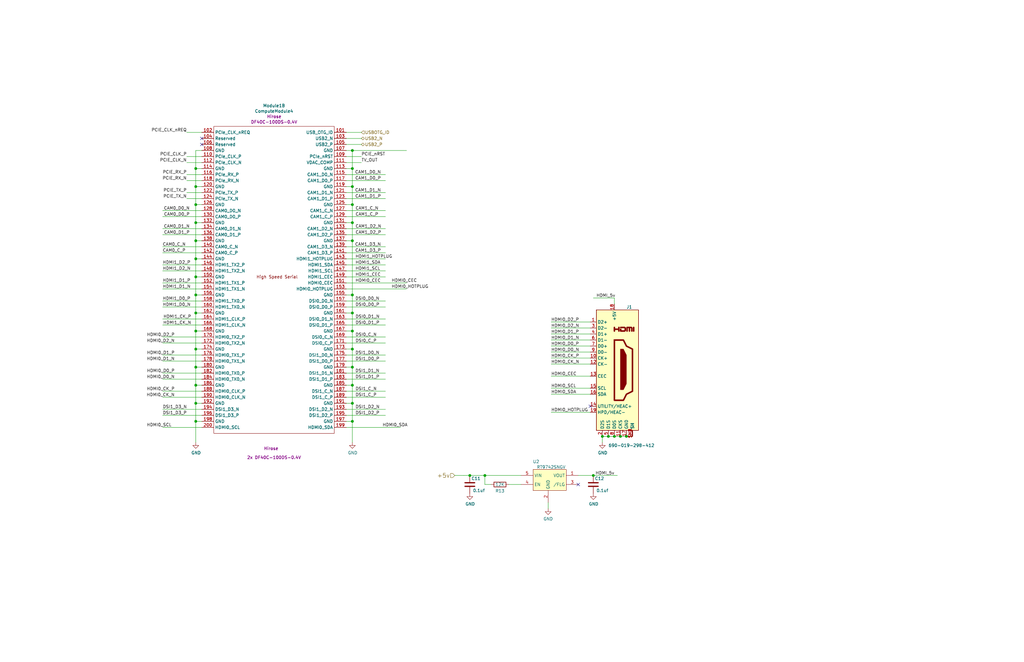
<source format=kicad_sch>
(kicad_sch (version 20210406) (generator eeschema)
  (paper "B")
  (title_block (title "ConnectBox HAT using RPi CM4") (date "2021-07-22") (rev "1.3") (comment 1 "JRA"))
  (lib_symbols
    (symbol "CM4IO:ComputeModule4-CM4"
      (property "Reference" "Module" (at 113.03 -68.58 0))
      (property "Value" "ComputeModule4-CM4" (at 140.97 2.54 0))
      (property "Field4" "Hirose" (at 0 0 0))
      (property "Field5" "2x DF40C-100DS-0.4V" (at 0 -2.54 0))
      (symbol "ComputeModule4-CM4_1_0"
        (text "GPIO" (at 0 6.35 0) (effects (font (size 1.27 1.27))))
      )
      (symbol "ComputeModule4-CM4_1_1"
        (text "600mA Max" (at -8.89 -53.34 0) (effects (font (size 1.27 1.27))))
        (text "600mA Max" (at -8.89 -48.26 0) (effects (font (size 1.27 1.27))))
        (text "NB SD signals are only available" (at -1.27 -27.94 0) (effects (font (size 1.27 1.27))))
        (text "on modules without eMMC" (at -1.27 -30.48 0) (effects (font (size 1.27 1.27))))
        (rectangle (start -30.48 -71.12) (end 25.4 58.42))
        (pin power_in line (at 27.94 55.88 180) (length 2.54) (name "GND") (number "1"))
        (pin passive line (at -33.02 45.72 0) (length 2.54) (name "Ethernet_Pair0_N") (number "10"))
        (pin output line (at -33.02 -68.58 0) (length 2.54) (name "nEXTRST") (number "100"))
        (pin passive line (at 27.94 43.18 180) (length 2.54) (name "Ethernet_Pair2_P") (number "11"))
        (pin passive line (at -33.02 43.18 0) (length 2.54) (name "Ethernet_Pair0_P") (number "12"))
        (pin power_in line (at 27.94 40.64 180) (length 2.54) (name "GND") (number "13"))
        (pin power_in line (at -33.02 40.64 0) (length 2.54) (name "GND") (number "14"))
        (pin output line (at 27.94 38.1 180) (length 2.54) (name "Ethernet_nLED3(3.3v)") (number "15"))
        (pin input line (at -33.02 38.1 0) (length 2.54) (name "Ethernet_SYNC_IN(1.8v)") (number "16"))
        (pin output line (at 27.94 35.56 180) (length 2.54) (name "Ethernet_nLED2(3.3v)") (number "17"))
        (pin input line (at -33.02 35.56 0) (length 2.54) (name "Ethernet_SYNC_OUT(1.8v)") (number "18"))
        (pin output line (at 27.94 33.02 180) (length 2.54) (name "Ethernet_nLED1(3.3v)") (number "19"))
        (pin power_in line (at -33.02 55.88 0) (length 2.54) (name "GND") (number "2"))
        (pin passive line (at -33.02 33.02 0) (length 2.54) (name "EEPROM_nWP") (number "20"))
        (pin open_collector line (at 27.94 30.48 180) (length 2.54) (name "PI_nLED_Activity") (number "21"))
        (pin power_in line (at -33.02 30.48 0) (length 2.54) (name "GND") (number "22"))
        (pin power_in line (at 27.94 27.94 180) (length 2.54) (name "GND") (number "23"))
        (pin passive line (at -33.02 27.94 0) (length 2.54) (name "GPIO26") (number "24"))
        (pin passive line (at 27.94 25.4 180) (length 2.54) (name "GPIO21") (number "25"))
        (pin passive line (at -33.02 25.4 0) (length 2.54) (name "GPIO19") (number "26"))
        (pin passive line (at 27.94 22.86 180) (length 2.54) (name "GPIO20") (number "27"))
        (pin passive line (at -33.02 22.86 0) (length 2.54) (name "GPIO13") (number "28"))
        (pin passive line (at 27.94 20.32 180) (length 2.54) (name "GPIO16") (number "29"))
        (pin passive line (at 27.94 53.34 180) (length 2.54) (name "Ethernet_Pair3_P") (number "3"))
        (pin passive line (at -33.02 20.32 0) (length 2.54) (name "GPIO6") (number "30"))
        (pin passive line (at 27.94 17.78 180) (length 2.54) (name "GPIO12") (number "31"))
        (pin power_in line (at -33.02 17.78 0) (length 2.54) (name "GND") (number "32"))
        (pin power_in line (at 27.94 15.24 180) (length 2.54) (name "GND") (number "33"))
        (pin passive line (at -33.02 15.24 0) (length 2.54) (name "GPIO5") (number "34"))
        (pin passive line (at 27.94 12.7 180) (length 2.54) (name "ID_SC") (number "35"))
        (pin passive line (at -33.02 12.7 0) (length 2.54) (name "ID_SD") (number "36"))
        (pin passive line (at 27.94 10.16 180) (length 2.54) (name "GPIO7") (number "37"))
        (pin passive line (at -33.02 10.16 0) (length 2.54) (name "GPIO11") (number "38"))
        (pin passive line (at 27.94 7.62 180) (length 2.54) (name "GPIO8") (number "39"))
        (pin passive line (at -33.02 53.34 0) (length 2.54) (name "Ethernet_Pair1_P") (number "4"))
        (pin passive line (at -33.02 7.62 0) (length 2.54) (name "GPIO9") (number "40"))
        (pin passive line (at 27.94 5.08 180) (length 2.54) (name "GPIO25") (number "41"))
        (pin power_in line (at -33.02 5.08 0) (length 2.54) (name "GND") (number "42"))
        (pin power_in line (at 27.94 2.54 180) (length 2.54) (name "GND") (number "43"))
        (pin passive line (at -33.02 2.54 0) (length 2.54) (name "GPIO10") (number "44"))
        (pin passive line (at 27.94 0 180) (length 2.54) (name "GPIO24") (number "45"))
        (pin passive line (at -33.02 0 0) (length 2.54) (name "GPIO22") (number "46"))
        (pin passive line (at 27.94 -2.54 180) (length 2.54) (name "GPIO23") (number "47"))
        (pin passive line (at -33.02 -2.54 0) (length 2.54) (name "GPIO27") (number "48"))
        (pin passive line (at 27.94 -5.08 180) (length 2.54) (name "GPIO18") (number "49"))
        (pin passive line (at 27.94 50.8 180) (length 2.54) (name "Ethernet_Pair3_N") (number "5"))
        (pin passive line (at -33.02 -5.08 0) (length 2.54) (name "GPIO17") (number "50"))
        (pin passive line (at 27.94 -7.62 180) (length 2.54) (name "GPIO15") (number "51"))
        (pin power_in line (at -33.02 -7.62 0) (length 2.54) (name "GND") (number "52"))
        (pin power_in line (at 27.94 -10.16 180) (length 2.54) (name "GND") (number "53"))
        (pin passive line (at -33.02 -10.16 0) (length 2.54) (name "GPIO4") (number "54"))
        (pin passive line (at 27.94 -12.7 180) (length 2.54) (name "GPIO14") (number "55"))
        (pin passive line (at -33.02 -12.7 0) (length 2.54) (name "GPIO3") (number "56"))
        (pin passive line (at 27.94 -15.24 180) (length 2.54) (name "SD_CLK") (number "57"))
        (pin passive line (at -33.02 -15.24 0) (length 2.54) (name "GPIO2") (number "58"))
        (pin power_in line (at 27.94 -17.78 180) (length 2.54) (name "GND") (number "59"))
        (pin passive line (at -33.02 50.8 0) (length 2.54) (name "Ethernet_Pair1_N") (number "6"))
        (pin power_in line (at -33.02 -17.78 0) (length 2.54) (name "GND") (number "60"))
        (pin passive line (at 27.94 -20.32 180) (length 2.54) (name "SD_DAT3") (number "61"))
        (pin passive line (at -33.02 -20.32 0) (length 2.54) (name "SD_CMD") (number "62"))
        (pin passive line (at 27.94 -22.86 180) (length 2.54) (name "SD_DAT0") (number "63"))
        (pin passive line (at -33.02 -22.86 0) (length 2.54) (name "SD_DAT5") (number "64"))
        (pin power_in line (at 27.94 -25.4 180) (length 2.54) (name "GND") (number "65"))
        (pin power_in line (at -33.02 -25.4 0) (length 2.54) (name "GND") (number "66"))
        (pin passive line (at 27.94 -27.94 180) (length 2.54) (name "SD_DAT1") (number "67"))
        (pin passive line (at -33.02 -27.94 0) (length 2.54) (name "SD_DAT4") (number "68"))
        (pin passive line (at 27.94 -30.48 180) (length 2.54) (name "SD_DAT2") (number "69"))
        (pin power_in line (at 27.94 48.26 180) (length 2.54) (name "GND") (number "7"))
        (pin passive line (at -33.02 -30.48 0) (length 2.54) (name "SD_DAT7") (number "70"))
        (pin power_in line (at 27.94 -33.02 180) (length 2.54) (name "GND") (number "71"))
        (pin passive line (at -33.02 -33.02 0) (length 2.54) (name "SD_DAT6") (number "72"))
        (pin input line (at 27.94 -35.56 180) (length 2.54) (name "SD_VDD_Override") (number "73"))
        (pin power_in line (at -33.02 -35.56 0) (length 2.54) (name "GND") (number "74"))
        (pin output line (at 27.94 -38.1 180) (length 2.54) (name "SD_PWR_ON") (number "75"))
        (pin passive line (at -33.02 -38.1 0) (length 2.54) (name "Reserved") (number "76"))
        (pin power_in line (at 27.94 -40.64 180) (length 2.54) (name "+5v_(Input)") (number "77"))
        (pin power_in line (at -33.02 -40.64 0) (length 2.54) (name "GPIO_VREF(1.8v/3.3v_Input)") (number "78"))
        (pin power_in line (at 27.94 -43.18 180) (length 2.54) (name "+5v_(Input)") (number "79"))
        (pin power_in line (at -33.02 48.26 0) (length 2.54) (name "GND") (number "8"))
        (pin passive line (at -33.02 -43.18 0) (length 2.54) (name "SCL0") (number "80"))
        (pin power_in line (at 27.94 -45.72 180) (length 2.54) (name "+5v_(Input)") (number "81"))
        (pin passive line (at -33.02 -45.72 0) (length 2.54) (name "SDA0") (number "82"))
        (pin power_in line (at 27.94 -48.26 180) (length 2.54) (name "+5v_(Input)") (number "83"))
        (pin power_out line (at -33.02 -48.26 0) (length 2.54) (name "+3.3v_(Output)") (number "84"))
        (pin power_in line (at 27.94 -50.8 180) (length 2.54) (name "+5v_(Input)") (number "85"))
        (pin power_out line (at -33.02 -50.8 0) (length 2.54) (name "+3.3v_(Output)") (number "86"))
        (pin power_in line (at 27.94 -53.34 180) (length 2.54) (name "+5v_(Input)") (number "87"))
        (pin power_out line (at -33.02 -53.34 0) (length 2.54) (name "+1.8v_(Output)") (number "88"))
        (pin power_in line (at 27.94 -55.88 180) (length 2.54) (name "WiFi_nDisable") (number "89"))
        (pin passive line (at 27.94 45.72 180) (length 2.54) (name "Ethernet_Pair2_N") (number "9"))
        (pin power_out line (at -33.02 -55.88 0) (length 2.54) (name "+1.8v_(Output)") (number "90"))
        (pin power_in line (at 27.94 -58.42 180) (length 2.54) (name "BT_nDisable") (number "91"))
        (pin passive line (at -33.02 -58.42 0) (length 2.54) (name "RUN_PG") (number "92"))
        (pin input line (at 27.94 -60.96 180) (length 2.54) (name "nRPIBOOT") (number "93"))
        (pin passive line (at -33.02 -60.96 0) (length 2.54) (name "AnalogIP1") (number "94"))
        (pin output line (at 27.94 -63.5 180) (length 2.54) (name "nPI_LED_PWR") (number "95"))
        (pin passive line (at -33.02 -63.5 0) (length 2.54) (name "AnalogIP0") (number "96"))
        (pin passive line (at 27.94 -66.04 180) (length 2.54) (name "Camera_GPIO") (number "97"))
        (pin power_in line (at -33.02 -66.04 0) (length 2.54) (name "GND") (number "98"))
        (pin input line (at 27.94 -68.58 180) (length 2.54) (name "Global_EN") (number "99"))
      )
      (symbol "ComputeModule4-CM4_2_1"
        (text "High Speed Serial" (at 140.97 0 0) (effects (font (size 1.27 1.27))))
        (rectangle (start 114.3 -66.04) (end 165.1 63.5))
        (pin input line (at 170.18 60.96 180) (length 5.08) (name "USB_OTG_ID") (number "101"))
        (pin input line (at 109.22 60.96 0) (length 5.08) (name "PCIe_CLK_nREQ") (number "102"))
        (pin passive line (at 170.18 58.42 180) (length 5.08) (name "USB2_N") (number "103"))
        (pin passive line (at 109.22 58.42 0) (length 5.08) (name "Reserved") (number "104"))
        (pin passive line (at 170.18 55.88 180) (length 5.08) (name "USB2_P") (number "105"))
        (pin passive line (at 109.22 55.88 0) (length 5.08) (name "Reserved") (number "106"))
        (pin power_in line (at 170.18 53.34 180) (length 5.08) (name "GND") (number "107"))
        (pin power_in line (at 109.22 53.34 0) (length 5.08) (name "GND") (number "108"))
        (pin bidirectional line (at 170.18 50.8 180) (length 5.08) (name "PCIe_nRST") (number "109"))
        (pin output line (at 109.22 50.8 0) (length 5.08) (name "PCIe_CLK_P") (number "110"))
        (pin passive line (at 170.18 48.26 180) (length 5.08) (name "VDAC_COMP") (number "111"))
        (pin output line (at 109.22 48.26 0) (length 5.08) (name "PCIe_CLK_N") (number "112"))
        (pin power_in line (at 170.18 45.72 180) (length 5.08) (name "GND") (number "113"))
        (pin power_in line (at 109.22 45.72 0) (length 5.08) (name "GND") (number "114"))
        (pin input line (at 170.18 43.18 180) (length 5.08) (name "CAM1_D0_N") (number "115"))
        (pin input line (at 109.22 43.18 0) (length 5.08) (name "PCIe_RX_P") (number "116"))
        (pin input line (at 170.18 40.64 180) (length 5.08) (name "CAM1_D0_P") (number "117"))
        (pin input line (at 109.22 40.64 0) (length 5.08) (name "PCIe_RX_N") (number "118"))
        (pin power_in line (at 170.18 38.1 180) (length 5.08) (name "GND") (number "119"))
        (pin power_in line (at 109.22 38.1 0) (length 5.08) (name "GND") (number "120"))
        (pin input line (at 170.18 35.56 180) (length 5.08) (name "CAM1_D1_N") (number "121"))
        (pin output line (at 109.22 35.56 0) (length 5.08) (name "PCIe_TX_P") (number "122"))
        (pin input line (at 170.18 33.02 180) (length 5.08) (name "CAM1_D1_P") (number "123"))
        (pin output line (at 109.22 33.02 0) (length 5.08) (name "PCIe_TX_N") (number "124"))
        (pin power_in line (at 170.18 30.48 180) (length 5.08) (name "GND") (number "125"))
        (pin power_in line (at 109.22 30.48 0) (length 5.08) (name "GND") (number "126"))
        (pin input line (at 170.18 27.94 180) (length 5.08) (name "CAM1_C_N") (number "127"))
        (pin input line (at 109.22 27.94 0) (length 5.08) (name "CAM0_D0_N") (number "128"))
        (pin input line (at 170.18 25.4 180) (length 5.08) (name "CAM1_C_P") (number "129"))
        (pin input line (at 109.22 25.4 0) (length 5.08) (name "CAM0_D0_P") (number "130"))
        (pin power_in line (at 170.18 22.86 180) (length 5.08) (name "GND") (number "131"))
        (pin power_in line (at 109.22 22.86 0) (length 5.08) (name "GND") (number "132"))
        (pin input line (at 170.18 20.32 180) (length 5.08) (name "CAM1_D2_N") (number "133"))
        (pin input line (at 109.22 20.32 0) (length 5.08) (name "CAM0_D1_N") (number "134"))
        (pin input line (at 170.18 17.78 180) (length 5.08) (name "CAM1_D2_P") (number "135"))
        (pin input line (at 109.22 17.78 0) (length 5.08) (name "CAM0_D1_P") (number "136"))
        (pin power_in line (at 170.18 15.24 180) (length 5.08) (name "GND") (number "137"))
        (pin power_in line (at 109.22 15.24 0) (length 5.08) (name "GND") (number "138"))
        (pin input line (at 170.18 12.7 180) (length 5.08) (name "CAM1_D3_N") (number "139"))
        (pin input line (at 109.22 12.7 0) (length 5.08) (name "CAM0_C_N") (number "140"))
        (pin input line (at 170.18 10.16 180) (length 5.08) (name "CAM1_D3_P") (number "141"))
        (pin input line (at 109.22 10.16 0) (length 5.08) (name "CAM0_C_P") (number "142"))
        (pin input line (at 170.18 7.62 180) (length 5.08) (name "HDMI1_HOTPLUG") (number "143"))
        (pin power_in line (at 109.22 7.62 0) (length 5.08) (name "GND") (number "144"))
        (pin bidirectional line (at 170.18 5.08 180) (length 5.08) (name "HDMI1_SDA") (number "145"))
        (pin output line (at 109.22 5.08 0) (length 5.08) (name "HDMI1_TX2_P") (number "146"))
        (pin open_collector line (at 170.18 2.54 180) (length 5.08) (name "HDMI1_SCL") (number "147"))
        (pin output line (at 109.22 2.54 0) (length 5.08) (name "HDMI1_TX2_N") (number "148"))
        (pin open_collector line (at 170.18 0 180) (length 5.08) (name "HDMI1_CEC") (number "149"))
        (pin power_in line (at 109.22 0 0) (length 5.08) (name "GND") (number "150"))
        (pin open_collector line (at 170.18 -2.54 180) (length 5.08) (name "HDMI0_CEC") (number "151"))
        (pin output line (at 109.22 -2.54 0) (length 5.08) (name "HDMI1_TX1_P") (number "152"))
        (pin input line (at 170.18 -5.08 180) (length 5.08) (name "HDMI0_HOTPLUG") (number "153"))
        (pin output line (at 109.22 -5.08 0) (length 5.08) (name "HDMI1_TX1_N") (number "154"))
        (pin power_in line (at 170.18 -7.62 180) (length 5.08) (name "GND") (number "155"))
        (pin power_in line (at 109.22 -7.62 0) (length 5.08) (name "GND") (number "156"))
        (pin output line (at 170.18 -10.16 180) (length 5.08) (name "DSI0_D0_N") (number "157"))
        (pin output line (at 109.22 -10.16 0) (length 5.08) (name "HDMI1_TX0_P") (number "158"))
        (pin output line (at 170.18 -12.7 180) (length 5.08) (name "DSI0_D0_P") (number "159"))
        (pin output line (at 109.22 -12.7 0) (length 5.08) (name "HDMI1_TX0_N") (number "160"))
        (pin power_in line (at 170.18 -15.24 180) (length 5.08) (name "GND") (number "161"))
        (pin power_in line (at 109.22 -15.24 0) (length 5.08) (name "GND") (number "162"))
        (pin output line (at 170.18 -17.78 180) (length 5.08) (name "DSI0_D1_N") (number "163"))
        (pin output line (at 109.22 -17.78 0) (length 5.08) (name "HDMI1_CLK_P") (number "164"))
        (pin output line (at 170.18 -20.32 180) (length 5.08) (name "DSI0_D1_P") (number "165"))
        (pin output line (at 109.22 -20.32 0) (length 5.08) (name "HDMI1_CLK_N") (number "166"))
        (pin power_in line (at 170.18 -22.86 180) (length 5.08) (name "GND") (number "167"))
        (pin power_in line (at 109.22 -22.86 0) (length 5.08) (name "GND") (number "168"))
        (pin output line (at 170.18 -25.4 180) (length 5.08) (name "DSI0_C_N") (number "169"))
        (pin output line (at 109.22 -25.4 0) (length 5.08) (name "HDMI0_TX2_P") (number "170"))
        (pin output line (at 170.18 -27.94 180) (length 5.08) (name "DSI0_C_P") (number "171"))
        (pin output line (at 109.22 -27.94 0) (length 5.08) (name "HDMI0_TX2_N") (number "172"))
        (pin power_in line (at 170.18 -30.48 180) (length 5.08) (name "GND") (number "173"))
        (pin power_in line (at 109.22 -30.48 0) (length 5.08) (name "GND") (number "174"))
        (pin output line (at 170.18 -33.02 180) (length 5.08) (name "DSI1_D0_N") (number "175"))
        (pin output line (at 109.22 -33.02 0) (length 5.08) (name "HDMI0_TX1_P") (number "176"))
        (pin output line (at 170.18 -35.56 180) (length 5.08) (name "DSI1_D0_P") (number "177"))
        (pin output line (at 109.22 -35.56 0) (length 5.08) (name "HDMI0_TX1_N") (number "178"))
        (pin power_in line (at 170.18 -38.1 180) (length 5.08) (name "GND") (number "179"))
        (pin power_in line (at 109.22 -38.1 0) (length 5.08) (name "GND") (number "180"))
        (pin output line (at 170.18 -40.64 180) (length 5.08) (name "DSI1_D1_N") (number "181"))
        (pin output line (at 109.22 -40.64 0) (length 5.08) (name "HDMI0_TX0_P") (number "182"))
        (pin output line (at 170.18 -43.18 180) (length 5.08) (name "DSI1_D1_P") (number "183"))
        (pin output line (at 109.22 -43.18 0) (length 5.08) (name "HDMI0_TX0_N") (number "184"))
        (pin power_in line (at 170.18 -45.72 180) (length 5.08) (name "GND") (number "185"))
        (pin power_in line (at 109.22 -45.72 0) (length 5.08) (name "GND") (number "186"))
        (pin output line (at 170.18 -48.26 180) (length 5.08) (name "DSI1_C_N") (number "187"))
        (pin output line (at 109.22 -48.26 0) (length 5.08) (name "HDMI0_CLK_P") (number "188"))
        (pin output line (at 170.18 -50.8 180) (length 5.08) (name "DSI1_C_P") (number "189"))
        (pin output line (at 109.22 -50.8 0) (length 5.08) (name "HDMI0_CLK_N") (number "190"))
        (pin power_in line (at 170.18 -53.34 180) (length 5.08) (name "GND") (number "191"))
        (pin power_in line (at 109.22 -53.34 0) (length 5.08) (name "GND") (number "192"))
        (pin output line (at 170.18 -55.88 180) (length 5.08) (name "DSI1_D2_N") (number "193"))
        (pin output line (at 109.22 -55.88 0) (length 5.08) (name "DSI1_D3_N") (number "194"))
        (pin output line (at 170.18 -58.42 180) (length 5.08) (name "DSI1_D2_P") (number "195"))
        (pin output line (at 109.22 -58.42 0) (length 5.08) (name "DSI1_D3_P") (number "196"))
        (pin power_in line (at 170.18 -60.96 180) (length 5.08) (name "GND") (number "197"))
        (pin power_in line (at 109.22 -60.96 0) (length 5.08) (name "GND") (number "198"))
        (pin bidirectional line (at 170.18 -63.5 180) (length 5.08) (name "HDMI0_SDA") (number "199"))
        (pin open_collector line (at 109.22 -63.5 0) (length 5.08) (name "HDMI0_SCL") (number "200"))
      )
    )
    (symbol "CM4IO:HDMI_A_1.4"
      (property "Reference" "J" (at -6.35 26.67 0))
      (property "Value" "HDMI_A_1.4" (at 10.16 26.67 0))
      (symbol "HDMI_A_1.4_0_0"
        (polyline (pts (xy 8.128 16.51) (xy 8.128 18.034)) (stroke (width 0.635)))
        (polyline (pts (xy 0 16.51) (xy 0 18.034) (xy 0 17.272) (xy 1.905 17.272) (xy 1.905 18.034) (xy 1.905 16.51)) (stroke (width 0.635)))
        (polyline (pts (xy 2.667 18.034) (xy 4.318 18.034) (xy 4.572 17.78) (xy 4.572 16.764) (xy 4.318 16.51) (xy 2.667 16.51) (xy 2.667 17.272)) (stroke (width 0.635)))
        (pin passive line (at 7.62 -27.94 90) (length 2.54) (name "SH") (number "SH2"))
        (pin passive line (at 7.62 -27.94 90) (length 2.54) (name "SH") (number "SH3"))
        (pin passive line (at 7.62 -27.94 90) (length 2.54) (name "SH") (number "SH4"))
      )
      (symbol "HDMI_A_1.4_0_1"
        (rectangle (start -7.62 25.4) (end 10.16 -25.4) (stroke (width 0.254)) (fill (type background)))
        (polyline (pts (xy 5.334 16.51) (xy 5.334 18.034) (xy 6.35 18.034) (xy 6.35 16.51) (xy 6.35 18.034) (xy 7.112 18.034) (xy 7.366 17.78) (xy 7.366 16.51)) (stroke (width 0.635)))
        (polyline (pts (xy 0 12.7) (xy 0 -12.7) (xy 3.81 -12.7) (xy 5.08 -10.16) (xy 7.62 -8.89) (xy 7.62 8.89) (xy 5.08 10.16) (xy 3.81 12.7) (xy 0 12.7)) (stroke (width 0.635)))
        (polyline (pts (xy 2.54 8.89) (xy 3.81 8.89) (xy 5.08 6.35) (xy 5.08 -5.715) (xy 3.81 -8.255) (xy 2.54 -8.255) (xy 2.54 8.89)) (fill (type outline)))
      )
      (symbol "HDMI_A_1.4_1_1"
        (pin passive line (at -10.16 20.32 0) (length 2.54) (name "D2+") (number "1"))
        (pin passive line (at -10.16 5.08 0) (length 2.54) (name "CK+") (number "10"))
        (pin power_in line (at 2.54 -27.94 90) (length 2.54) (name "CKS") (number "11"))
        (pin passive line (at -10.16 2.54 0) (length 2.54) (name "CK-") (number "12"))
        (pin bidirectional line (at -10.16 -2.54 0) (length 2.54) (name "CEC") (number "13"))
        (pin passive line (at -10.16 -15.24 0) (length 2.54) (name "UTILITY/HEAC+") (number "14"))
        (pin passive line (at -10.16 -7.62 0) (length 2.54) (name "SCL") (number "15"))
        (pin bidirectional line (at -10.16 -10.16 0) (length 2.54) (name "SDA") (number "16"))
        (pin power_in line (at 5.08 -27.94 90) (length 2.54) (name "GND") (number "17"))
        (pin power_in line (at 0 27.94 270) (length 2.54) (name "+5V") (number "18"))
        (pin passive line (at -10.16 -17.78 0) (length 2.54) (name "HPD/HEAC-") (number "19"))
        (pin power_in line (at -5.08 -27.94 90) (length 2.54) (name "D2S") (number "2"))
        (pin passive line (at -10.16 17.78 0) (length 2.54) (name "D2-") (number "3"))
        (pin passive line (at -10.16 15.24 0) (length 2.54) (name "D1+") (number "4"))
        (pin power_in line (at -2.54 -27.94 90) (length 2.54) (name "D1S") (number "5"))
        (pin passive line (at -10.16 12.7 0) (length 2.54) (name "D1-") (number "6"))
        (pin passive line (at -10.16 10.16 0) (length 2.54) (name "D0+") (number "7"))
        (pin power_in line (at 0 -27.94 90) (length 2.54) (name "D0S") (number "8"))
        (pin passive line (at -10.16 7.62 0) (length 2.54) (name "D0-") (number "9"))
        (pin passive line (at 7.62 -27.94 90) (length 2.54) (name "SH") (number "SH1"))
      )
    )
    (symbol "Custom_1:T9742ANGJ5F"
      (property "Reference" "U" (at -2.54 13.97 0))
      (property "Value" "T9742ANGJ5F" (at 2.54 11.43 0))
      (symbol "T9742ANGJ5F_0_1"
        (rectangle (start -7.62 8.89) (end 6.35 0) (stroke (width 0.1524)) (fill (type background)))
      )
      (symbol "T9742ANGJ5F_1_1"
        (pin power_out line (at 11.43 6.35 180) (length 5.08) (name "VOUT") (number "1"))
        (pin input line (at -1.27 -5.08 90) (length 5.08) (name "GND") (number "2"))
        (pin input line (at 11.43 2.54 180) (length 5.08) (name "/FLG") (number "3"))
        (pin input line (at -12.7 2.54 0) (length 5.08) (name "EN") (number "4"))
        (pin input line (at -12.7 6.35 0) (length 5.08) (name "VIN") (number "5"))
      )
    )
    (symbol "Device:C" (pin_numbers hide) (pin_names (offset 0.254))
      (property "Reference" "C" (at 0.635 2.54 0))
      (property "Value" "C" (at 0.635 -2.54 0))
      (symbol "C_0_1"
        (polyline (pts (xy -2.032 -0.762) (xy 2.032 -0.762)) (stroke (width 0.508)))
        (polyline (pts (xy -2.032 0.762) (xy 2.032 0.762)) (stroke (width 0.508)))
      )
      (symbol "C_1_1"
        (pin passive line (at 0 3.81 270) (length 2.794) (name "~") (number "1"))
        (pin passive line (at 0 -3.81 90) (length 2.794) (name "~") (number "2"))
      )
    )
    (symbol "Device:R" (pin_numbers hide) (pin_names (offset 0))
      (property "Reference" "R" (at 2.032 0 90))
      (property "Value" "R" (at 0 0 90))
      (symbol "R_0_1"
        (rectangle (start -1.016 -2.54) (end 1.016 2.54) (stroke (width 0.254)))
      )
      (symbol "R_1_1"
        (pin passive line (at 0 3.81 270) (length 1.27) (name "~") (number "1"))
        (pin passive line (at 0 -3.81 90) (length 1.27) (name "~") (number "2"))
      )
    )
    (symbol "power:GND" (power) (pin_names (offset 0))
      (property "Value" "GND" (at 0 -3.81 0))
      (symbol "GND_0_1"
        (polyline (pts (xy 0 0) (xy 0 -1.27) (xy 1.27 -1.27) (xy 0 -2.54) (xy -1.27 -1.27) (xy 0 -1.27)))
      )
      (symbol "GND_1_1"
        (pin power_in line (at 0 0 270) (length 0) hide (name "GND") (number "1"))
      )
    )
  )
  (junction (at 82.55 71.12) (diameter 1.016))
  (junction (at 82.55 78.74) (diameter 1.016))
  (junction (at 82.55 86.36) (diameter 1.016))
  (junction (at 82.55 93.98) (diameter 1.016))
  (junction (at 82.55 101.6) (diameter 1.016))
  (junction (at 82.55 109.22) (diameter 1.016))
  (junction (at 82.55 116.84) (diameter 1.016))
  (junction (at 82.55 124.46) (diameter 1.016))
  (junction (at 82.55 132.08) (diameter 1.016))
  (junction (at 82.55 139.7) (diameter 1.016))
  (junction (at 82.55 147.32) (diameter 1.016))
  (junction (at 82.55 154.94) (diameter 1.016))
  (junction (at 82.55 162.56) (diameter 1.016))
  (junction (at 82.55 170.18) (diameter 1.016))
  (junction (at 82.55 177.8) (diameter 1.016))
  (junction (at 148.59 63.5) (diameter 1.016))
  (junction (at 148.59 71.12) (diameter 1.016))
  (junction (at 148.59 78.74) (diameter 1.016))
  (junction (at 148.59 86.36) (diameter 1.016))
  (junction (at 148.59 93.98) (diameter 1.016))
  (junction (at 148.59 101.6) (diameter 1.016))
  (junction (at 148.59 124.46) (diameter 1.016))
  (junction (at 148.59 132.08) (diameter 1.016))
  (junction (at 148.59 139.7) (diameter 1.016))
  (junction (at 148.59 147.32) (diameter 1.016))
  (junction (at 148.59 154.94) (diameter 1.016))
  (junction (at 148.59 162.56) (diameter 1.016))
  (junction (at 148.59 170.18) (diameter 1.016))
  (junction (at 148.59 177.8) (diameter 1.016))
  (junction (at 198.12 200.66) (diameter 1.016))
  (junction (at 204.47 200.66) (diameter 1.016))
  (junction (at 250.19 200.66) (diameter 1.016))
  (junction (at 254 184.15) (diameter 1.016))
  (junction (at 256.54 184.15) (diameter 1.016))
  (junction (at 259.08 184.15) (diameter 1.016))
  (junction (at 261.62 184.15) (diameter 1.016))
  (junction (at 264.16 184.15) (diameter 1.016))
  (no_connect (at 85.09 58.42))
  (no_connect (at 85.09 60.96))
  (no_connect (at 243.84 204.47))
  (no_connect (at 248.92 171.45))
  (wire (pts (xy 68.58 104.14) (xy 85.09 104.14)))
  (wire (pts (xy 68.58 106.68) (xy 85.09 106.68)))
  (wire (pts (xy 68.58 111.76) (xy 85.09 111.76)))
  (wire (pts (xy 68.58 114.3) (xy 85.09 114.3)))
  (wire (pts (xy 68.58 119.38) (xy 85.09 119.38)))
  (wire (pts (xy 68.58 121.92) (xy 85.09 121.92)))
  (wire (pts (xy 68.58 127) (xy 85.09 127)))
  (wire (pts (xy 68.58 129.54) (xy 85.09 129.54)))
  (wire (pts (xy 68.58 142.24) (xy 85.09 142.24)))
  (wire (pts (xy 68.58 144.78) (xy 85.09 144.78)))
  (wire (pts (xy 68.58 157.48) (xy 85.09 157.48)))
  (wire (pts (xy 68.58 160.02) (xy 85.09 160.02)))
  (wire (pts (xy 68.58 172.72) (xy 85.09 172.72)))
  (wire (pts (xy 68.58 175.26) (xy 85.09 175.26)))
  (wire (pts (xy 68.58 180.34) (xy 85.09 180.34)))
  (wire (pts (xy 78.74 55.88) (xy 85.09 55.88)))
  (wire (pts (xy 78.74 66.04) (xy 85.09 66.04)))
  (wire (pts (xy 78.74 68.58) (xy 85.09 68.58)))
  (wire (pts (xy 78.74 81.28) (xy 85.09 81.28)))
  (wire (pts (xy 78.74 83.82) (xy 85.09 83.82)))
  (wire (pts (xy 82.55 63.5) (xy 82.55 71.12)))
  (wire (pts (xy 82.55 71.12) (xy 82.55 78.74)))
  (wire (pts (xy 82.55 71.12) (xy 85.09 71.12)))
  (wire (pts (xy 82.55 78.74) (xy 82.55 86.36)))
  (wire (pts (xy 82.55 78.74) (xy 85.09 78.74)))
  (wire (pts (xy 82.55 86.36) (xy 82.55 93.98)))
  (wire (pts (xy 82.55 86.36) (xy 85.09 86.36)))
  (wire (pts (xy 82.55 93.98) (xy 82.55 101.6)))
  (wire (pts (xy 82.55 93.98) (xy 85.09 93.98)))
  (wire (pts (xy 82.55 101.6) (xy 82.55 109.22)))
  (wire (pts (xy 82.55 101.6) (xy 85.09 101.6)))
  (wire (pts (xy 82.55 109.22) (xy 82.55 116.84)))
  (wire (pts (xy 82.55 109.22) (xy 85.09 109.22)))
  (wire (pts (xy 82.55 116.84) (xy 82.55 124.46)))
  (wire (pts (xy 82.55 116.84) (xy 85.09 116.84)))
  (wire (pts (xy 82.55 124.46) (xy 82.55 132.08)))
  (wire (pts (xy 82.55 124.46) (xy 85.09 124.46)))
  (wire (pts (xy 82.55 132.08) (xy 82.55 139.7)))
  (wire (pts (xy 82.55 132.08) (xy 85.09 132.08)))
  (wire (pts (xy 82.55 139.7) (xy 82.55 147.32)))
  (wire (pts (xy 82.55 139.7) (xy 85.09 139.7)))
  (wire (pts (xy 82.55 147.32) (xy 82.55 154.94)))
  (wire (pts (xy 82.55 147.32) (xy 85.09 147.32)))
  (wire (pts (xy 82.55 154.94) (xy 82.55 162.56)))
  (wire (pts (xy 82.55 154.94) (xy 85.09 154.94)))
  (wire (pts (xy 82.55 162.56) (xy 82.55 170.18)))
  (wire (pts (xy 82.55 162.56) (xy 85.09 162.56)))
  (wire (pts (xy 82.55 170.18) (xy 82.55 177.8)))
  (wire (pts (xy 82.55 177.8) (xy 82.55 186.69)))
  (wire (pts (xy 85.09 63.5) (xy 82.55 63.5)))
  (wire (pts (xy 85.09 73.66) (xy 78.74 73.66)))
  (wire (pts (xy 85.09 76.2) (xy 78.74 76.2)))
  (wire (pts (xy 85.09 88.9) (xy 68.58 88.9)))
  (wire (pts (xy 85.09 91.44) (xy 68.58 91.44)))
  (wire (pts (xy 85.09 96.52) (xy 68.58 96.52)))
  (wire (pts (xy 85.09 99.06) (xy 68.58 99.06)))
  (wire (pts (xy 85.09 134.62) (xy 68.58 134.62)))
  (wire (pts (xy 85.09 137.16) (xy 68.58 137.16)))
  (wire (pts (xy 85.09 149.86) (xy 68.58 149.86)))
  (wire (pts (xy 85.09 152.4) (xy 68.58 152.4)))
  (wire (pts (xy 85.09 165.1) (xy 68.58 165.1)))
  (wire (pts (xy 85.09 167.64) (xy 68.58 167.64)))
  (wire (pts (xy 85.09 170.18) (xy 82.55 170.18)))
  (wire (pts (xy 85.09 177.8) (xy 82.55 177.8)))
  (wire (pts (xy 146.05 58.42) (xy 152.4 58.42)))
  (wire (pts (xy 146.05 60.96) (xy 152.4 60.96)))
  (wire (pts (xy 146.05 66.04) (xy 152.4 66.04)))
  (wire (pts (xy 146.05 68.58) (xy 152.4 68.58)))
  (wire (pts (xy 146.05 71.12) (xy 148.59 71.12)))
  (wire (pts (xy 146.05 78.74) (xy 148.59 78.74)))
  (wire (pts (xy 146.05 86.36) (xy 148.59 86.36)))
  (wire (pts (xy 146.05 88.9) (xy 162.56 88.9)))
  (wire (pts (xy 146.05 91.44) (xy 162.56 91.44)))
  (wire (pts (xy 146.05 93.98) (xy 148.59 93.98)))
  (wire (pts (xy 146.05 96.52) (xy 162.56 96.52)))
  (wire (pts (xy 146.05 99.06) (xy 162.56 99.06)))
  (wire (pts (xy 146.05 101.6) (xy 148.59 101.6)))
  (wire (pts (xy 146.05 109.22) (xy 162.56 109.22)))
  (wire (pts (xy 146.05 111.76) (xy 162.56 111.76)))
  (wire (pts (xy 146.05 114.3) (xy 162.56 114.3)))
  (wire (pts (xy 146.05 116.84) (xy 162.56 116.84)))
  (wire (pts (xy 146.05 119.38) (xy 171.45 119.38)))
  (wire (pts (xy 146.05 121.92) (xy 171.45 121.92)))
  (wire (pts (xy 146.05 124.46) (xy 148.59 124.46)))
  (wire (pts (xy 146.05 132.08) (xy 148.59 132.08)))
  (wire (pts (xy 146.05 134.62) (xy 162.56 134.62)))
  (wire (pts (xy 146.05 137.16) (xy 162.56 137.16)))
  (wire (pts (xy 146.05 139.7) (xy 148.59 139.7)))
  (wire (pts (xy 146.05 142.24) (xy 162.56 142.24)))
  (wire (pts (xy 146.05 144.78) (xy 162.56 144.78)))
  (wire (pts (xy 146.05 147.32) (xy 148.59 147.32)))
  (wire (pts (xy 146.05 154.94) (xy 148.59 154.94)))
  (wire (pts (xy 146.05 162.56) (xy 148.59 162.56)))
  (wire (pts (xy 146.05 165.1) (xy 162.56 165.1)))
  (wire (pts (xy 146.05 167.64) (xy 162.56 167.64)))
  (wire (pts (xy 146.05 170.18) (xy 148.59 170.18)))
  (wire (pts (xy 146.05 172.72) (xy 162.56 172.72)))
  (wire (pts (xy 146.05 175.26) (xy 162.56 175.26)))
  (wire (pts (xy 146.05 177.8) (xy 148.59 177.8)))
  (wire (pts (xy 146.05 180.34) (xy 168.91 180.34)))
  (wire (pts (xy 148.59 63.5) (xy 146.05 63.5)))
  (wire (pts (xy 148.59 63.5) (xy 171.45 63.5)))
  (wire (pts (xy 148.59 71.12) (xy 148.59 63.5)))
  (wire (pts (xy 148.59 78.74) (xy 148.59 71.12)))
  (wire (pts (xy 148.59 78.74) (xy 148.59 86.36)))
  (wire (pts (xy 148.59 93.98) (xy 148.59 86.36)))
  (wire (pts (xy 148.59 101.6) (xy 148.59 93.98)))
  (wire (pts (xy 148.59 101.6) (xy 148.59 124.46)))
  (wire (pts (xy 148.59 124.46) (xy 148.59 132.08)))
  (wire (pts (xy 148.59 132.08) (xy 148.59 139.7)))
  (wire (pts (xy 148.59 139.7) (xy 148.59 147.32)))
  (wire (pts (xy 148.59 147.32) (xy 148.59 154.94)))
  (wire (pts (xy 148.59 154.94) (xy 148.59 162.56)))
  (wire (pts (xy 148.59 162.56) (xy 148.59 170.18)))
  (wire (pts (xy 148.59 170.18) (xy 148.59 177.8)))
  (wire (pts (xy 148.59 177.8) (xy 148.59 186.69)))
  (wire (pts (xy 152.4 55.88) (xy 146.05 55.88)))
  (wire (pts (xy 162.56 73.66) (xy 146.05 73.66)))
  (wire (pts (xy 162.56 76.2) (xy 146.05 76.2)))
  (wire (pts (xy 162.56 81.28) (xy 146.05 81.28)))
  (wire (pts (xy 162.56 83.82) (xy 146.05 83.82)))
  (wire (pts (xy 162.56 104.14) (xy 146.05 104.14)))
  (wire (pts (xy 162.56 106.68) (xy 146.05 106.68)))
  (wire (pts (xy 162.56 127) (xy 146.05 127)))
  (wire (pts (xy 162.56 129.54) (xy 146.05 129.54)))
  (wire (pts (xy 162.56 149.86) (xy 146.05 149.86)))
  (wire (pts (xy 162.56 152.4) (xy 146.05 152.4)))
  (wire (pts (xy 162.56 157.48) (xy 146.05 157.48)))
  (wire (pts (xy 162.56 160.02) (xy 146.05 160.02)))
  (wire (pts (xy 191.77 200.66) (xy 195.58 200.66)))
  (wire (pts (xy 195.58 200.66) (xy 198.12 200.66)) (stroke (width 0.1524)))
  (wire (pts (xy 198.12 200.66) (xy 204.47 200.66)) (stroke (width 0.1524)))
  (wire (pts (xy 204.47 200.66) (xy 204.47 204.47)))
  (wire (pts (xy 204.47 200.66) (xy 219.71 200.66)) (stroke (width 0.1524)))
  (wire (pts (xy 207.01 204.47) (xy 204.47 204.47)))
  (wire (pts (xy 214.63 204.47) (xy 219.71 204.47)))
  (wire (pts (xy 231.14 212.09) (xy 231.14 214.63)))
  (wire (pts (xy 232.41 135.89) (xy 248.92 135.89)))
  (wire (pts (xy 232.41 138.43) (xy 248.92 138.43)))
  (wire (pts (xy 232.41 140.97) (xy 248.92 140.97)))
  (wire (pts (xy 232.41 143.51) (xy 248.92 143.51)))
  (wire (pts (xy 232.41 146.05) (xy 248.92 146.05)))
  (wire (pts (xy 232.41 148.59) (xy 248.92 148.59)))
  (wire (pts (xy 232.41 151.13) (xy 248.92 151.13)))
  (wire (pts (xy 232.41 153.67) (xy 248.92 153.67)))
  (wire (pts (xy 232.41 158.75) (xy 248.92 158.75)))
  (wire (pts (xy 232.41 163.83) (xy 248.92 163.83)))
  (wire (pts (xy 232.41 166.37) (xy 248.92 166.37)))
  (wire (pts (xy 232.41 173.99) (xy 248.92 173.99)))
  (wire (pts (xy 243.84 200.66) (xy 250.19 200.66)))
  (wire (pts (xy 250.19 125.73) (xy 259.08 125.73)))
  (wire (pts (xy 250.19 200.66) (xy 260.35 200.66)))
  (wire (pts (xy 254 184.15) (xy 254 186.69)))
  (wire (pts (xy 254 184.15) (xy 256.54 184.15)))
  (wire (pts (xy 256.54 184.15) (xy 259.08 184.15)))
  (wire (pts (xy 259.08 125.73) (xy 259.08 128.27)))
  (wire (pts (xy 259.08 184.15) (xy 261.62 184.15)))
  (wire (pts (xy 261.62 184.15) (xy 264.16 184.15)))
  (wire (pts (xy 264.16 184.15) (xy 266.7 184.15)))
  (label "CAM0_C_N" (at 68.58 104.14 0))
  (label "CAM0_C_P" (at 68.58 106.68 0))
  (label "HDMI1_D2_P" (at 68.58 111.76 0))
  (label "HDMI1_D2_N" (at 68.58 114.3 0))
  (label "HDMI1_D1_P" (at 68.58 119.38 0))
  (label "HDMI1_D1_N" (at 68.58 121.92 0))
  (label "HDMI1_D0_P" (at 68.58 127 0))
  (label "HDMI1_D0_N" (at 68.58 129.54 0))
  (label "DSI1_D3_N" (at 68.58 172.72 0))
  (label "DSI1_D3_P" (at 68.58 175.26 0))
  (label "HDMI0_SCL" (at 72.39 180.34 180))
  (label "HDMI0_D2_P" (at 73.66 142.24 180))
  (label "HDMI0_D2_N" (at 73.66 144.78 180))
  (label "HDMI0_D1_P" (at 73.66 149.86 180))
  (label "HDMI0_D1_N" (at 73.66 152.4 180))
  (label "HDMI0_D0_P" (at 73.66 157.48 180))
  (label "HDMI0_D0_N" (at 73.66 160.02 180))
  (label "HDMI0_CK_P" (at 73.66 165.1 180))
  (label "HDMI0_CK_N" (at 73.66 167.64 180))
  (label "PCIE_CLK_nREQ" (at 78.74 55.88 180))
  (label "PCIE_CLK_P" (at 78.74 66.04 180))
  (label "PCIE_CLK_N" (at 78.74 68.58 180))
  (label "PCIE_RX_P" (at 78.74 73.66 180))
  (label "PCIE_RX_N" (at 78.74 76.2 180))
  (label "PCIE_TX_P" (at 78.74 81.28 180))
  (label "PCIE_TX_N" (at 78.74 83.82 180))
  (label "CAM0_D0_N" (at 80.01 88.9 180))
  (label "CAM0_D0_P" (at 80.01 91.44 180))
  (label "CAM0_D1_N" (at 80.01 96.52 180))
  (label "CAM0_D1_P" (at 80.01 99.06 180))
  (label "HDMI1_CK_P" (at 80.645 134.62 180))
  (label "HDMI1_CK_N" (at 80.645 137.16 180))
  (label "CAM1_C_N" (at 149.86 88.9 0))
  (label "CAM1_C_P" (at 149.86 91.44 0))
  (label "CAM1_D2_N" (at 149.86 96.52 0))
  (label "CAM1_D2_P" (at 149.86 99.06 0))
  (label "HDMI1_HOTPLUG" (at 149.86 109.22 0))
  (label "HDMI1_SDA" (at 149.86 111.76 0))
  (label "HDMI1_SCL" (at 149.86 114.3 0))
  (label "HDMI1_CEC" (at 149.86 116.84 0))
  (label "HDMI0_CEC" (at 149.86 119.38 0))
  (label "DSI0_D1_N" (at 149.86 134.62 0))
  (label "DSI0_D1_P" (at 149.86 137.16 0))
  (label "DSI0_C_N" (at 149.86 142.24 0))
  (label "DSI0_C_P" (at 149.86 144.78 0))
  (label "DSI1_C_N" (at 149.86 165.1 0))
  (label "DSI1_C_P" (at 149.86 167.64 0))
  (label "DSI1_D2_N" (at 149.86 172.72 0))
  (label "DSI1_D2_P" (at 149.86 175.26 0))
  (label "PCIE_nRST" (at 152.4 66.04 0))
  (label "TV_OUT" (at 152.4 68.58 0))
  (label "DSI0_D0_N" (at 160.02 127 180))
  (label "DSI0_D0_P" (at 160.02 129.54 180))
  (label "DSI1_D0_N" (at 160.02 149.86 180))
  (label "DSI1_D0_P" (at 160.02 152.4 180))
  (label "DSI1_D1_N" (at 160.02 157.48 180))
  (label "DSI1_D1_P" (at 160.02 160.02 180))
  (label "CAM1_D0_N" (at 160.655 73.66 180))
  (label "CAM1_D0_P" (at 160.655 76.2 180))
  (label "CAM1_D1_N" (at 160.655 81.28 180))
  (label "CAM1_D1_P" (at 160.655 83.82 180))
  (label "CAM1_D3_N" (at 160.655 104.14 180))
  (label "CAM1_D3_P" (at 160.655 106.68 180))
  (label "HDMI0_SDA" (at 161.29 180.34 0))
  (label "HDMI0_CEC" (at 165.1 119.38 0))
  (label "HDMI0_HOTPLUG" (at 165.1 121.92 0))
  (label "HDMI0_D2_P" (at 232.41 135.89 0))
  (label "HDMI0_D2_N" (at 232.41 138.43 0))
  (label "HDMI0_D1_P" (at 232.41 140.97 0))
  (label "HDMI0_D1_N" (at 232.41 143.51 0))
  (label "HDMI0_D0_P" (at 232.41 146.05 0))
  (label "HDMI0_D0_N" (at 232.41 148.59 0))
  (label "HDMI0_CK_P" (at 232.41 151.13 0))
  (label "HDMI0_CK_N" (at 232.41 153.67 0))
  (label "HDMI0_CEC" (at 232.41 158.75 0))
  (label "HDMI0_SCL" (at 232.41 163.83 0))
  (label "HDMI0_SDA" (at 232.41 166.37 0))
  (label "HDMI0_HOTPLUG" (at 232.41 173.99 0))
  (label "HDMI_5v" (at 251.46 125.73 0))
  (label "HDMI_5v" (at 259.08 200.66 180))
  (hierarchical_label "USBOTG_ID" (shape input) (at 152.4 55.88 0))
  (hierarchical_label "USB2_N" (shape bidirectional) (at 152.4 58.42 0))
  (hierarchical_label "USB2_P" (shape bidirectional) (at 152.4 60.96 0))
  (hierarchical_label "+5v" (shape input) (at 191.77 200.66 180) (effects (font (size 1.778 1.778))))
  (symbol (lib_id "power:GND") (at 82.55 186.69 0) (unit 1)
    (property "Reference" "#PWR02" (effects hide))
    (property "Value" "GND" (at 82.677 191.0842 0))
  )
  (symbol (lib_id "power:GND") (at 148.59 186.69 0) (unit 1)
    (property "Reference" "#PWR03" (effects hide))
    (property "Value" "GND" (at 148.717 191.0842 0))
  )
  (symbol (lib_id "power:GND") (at 198.12 208.28 0) (unit 1)
    (property "Reference" "#PWR04" (effects hide))
    (property "Value" "GND" (at 198.247 212.6742 0))
  )
  (symbol (lib_id "power:GND") (at 231.14 214.63 0) (unit 1)
    (property "Reference" "#PWR05" (effects hide))
    (property "Value" "GND" (at 231.14 218.9544 0))
  )
  (symbol (lib_id "power:GND") (at 250.19 208.28 0) (unit 1)
    (property "Reference" "#PWR06" (effects hide))
    (property "Value" "GND" (at 250.317 212.6742 0))
  )
  (symbol (lib_id "power:GND") (at 254 186.69 0) (unit 1)
    (property "Reference" "#PWR07" (effects hide))
    (property "Value" "GND" (at 254.127 191.0842 0))
  )
  (symbol (lib_id "Device:R") (at 210.82 204.47 270) (unit 1)
    (property "Reference" "R13" (at 210.82 207.137 90))
    (property "Value" "12K" (at 210.82 204.47 90))
    (property "Footprint" "Resistor_SMD:R_0603_1608Metric" (effects hide))
    (property "Manufacturer" "Yageo" (effects hide))
    (property "Manufacturer P/N" "RC0603FR-12K2L" (effects hide))
    (property "Description" "RES SMD 12K OHM 1% 1/8W 0603" (effects hide))
    (property "DigiKey P/N" "311-12KHRCT-ND" (effects hide))
    (property "Type" "SMD" (effects hide))
  )
  (symbol (lib_id "Device:C") (at 198.12 204.47 0) (unit 1)
    (property "Reference" "C11" (at 198.755 201.93 0) (effects (justify left)))
    (property "Value" "0.1uf" (at 199.39 207.01 0) (effects (justify left)))
    (property "Footprint" "Capacitor_SMD:C_0603_1608Metric" (effects hide))
    (property "Manufacturer" "KEMET" (effects hide))
    (property "Manufacturer P/N" "C0603C104K9PAC7867" (effects hide))
    (property "Description" "CAP CER 0.1UF 6.3V X5R 0603" (effects hide))
    (property "DigiKey P/N" "399-17575-1-ND" (effects hide))
    (property "Type" "SMD" (effects hide))
  )
  (symbol (lib_id "Device:C") (at 250.19 204.47 0) (unit 1)
    (property "Reference" "C12" (at 250.825 201.93 0) (effects (justify left)))
    (property "Value" "0.1uf" (at 251.46 207.01 0) (effects (justify left)))
    (property "Footprint" "Capacitor_SMD:C_0603_1608Metric" (effects hide))
    (property "Manufacturer" "KEMET" (effects hide))
    (property "Manufacturer P/N" "C0603C104K9PAC7867" (effects hide))
    (property "Description" "CAP CER 0.1UF 6.3V X5R 0603" (effects hide))
    (property "DigiKey P/N" "399-17575-1-ND" (effects hide))
    (property "Type" "SMD" (effects hide))
  )
  (symbol (lib_id "Custom_1:T9742ANGJ5F") (at 232.41 207.01 0) (unit 1)
    (property "Reference" "U2" (at 226.06 194.8138 0))
    (property "Value" "RT9742SNGV" (at 232.41 197.1125 0))
    (property "Footprint" "Package_TO_SOT_SMD:SOT-23-5" (effects hide))
    (property "Manufacturer" "Richteck" (effects hide))
    (property "Manufacturer P/N" "RT9742SNGV" (effects hide))
    (property "Description" "Power Switch/Driver 1:1 N-Channel 500mA SOT-23-3" (effects hide))
    (property "DigiKey P/N" "RT9742SNGVCT-ND  (NO STOCK)" (effects hide))
  )
  (symbol (lib_id "CM4IO:HDMI_A_1.4") (at 259.08 156.21 0) (unit 1)
    (property "Reference" "J1" (at 264.16 129.54 0) (effects (justify left)))
    (property "Value" "690-019-298-412" (at 256.54 187.96 0) (effects (justify left)))
    (property "Footprint" "CM4IO:EDAC 690-019-298-412" (effects hide))
    (property "Datasheet" "https://www.tme.eu/Document/f15dffbcfad8545e17826f72d36911c8/206A-SEAN-R03.pdf" (effects hide))
    (property "Manufacturer" "Molex" (effects hide))
    (property "Manufacturer P/N" "47151-1051" (effects hide))
    (property "Description" "HDMI Connector, Right Angle, 19 Contacts, Receptacle, Surface Mount, Surface Mount Right Angle" (effects hide))
    (property "DigiKey P/N" "WM14323CT-ND" (effects hide))
    (property "Type" "Mixed" (effects hide))
  )
  (symbol (lib_id "CM4IO:ComputeModule4-CM4") (at -24.13 116.84 0) (unit 2)
    (property "Reference" "Module1" (at 115.57 44.577 0))
    (property "Value" "ComputeModule4" (at 115.57 46.8884 0))
    (property "Footprint" "CM4IO:Raspberry-Pi-4-Compute-Module" (effects hide))
    (property "Manufacturer" "Hirose" (at 115.57 49.1744 0))
    (property "Manufacturer P/N" "DF40C-100DS-0.4V" (at 115.57 51.4858 0))
    (property "Description" "100 Position Connector Receptacle, Center Strip Contacts Surface Mount Gold" (effects hide))
    (property "DigiKey P/N" "H11615CT-ND" (effects hide))
    (property "Type" "SMD" (effects hide))
    (property "Field4" "Hirose" (at 114.3 189.23 0))
    (property "Field5" "2x DF40C-100DS-0.4V" (at 115.57 193.04 0))
  )
)
</source>
